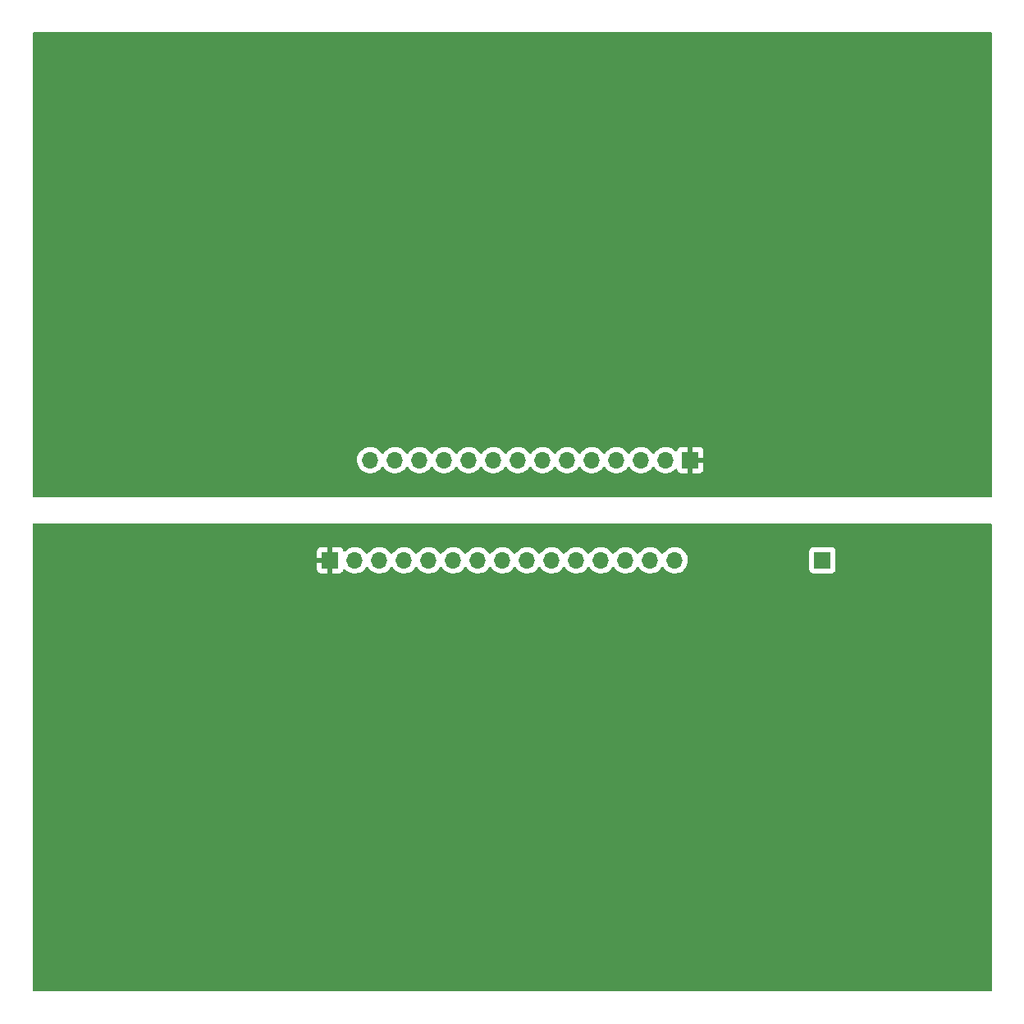
<source format=gbr>
%TF.GenerationSoftware,KiCad,Pcbnew,(6.0.5)*%
%TF.CreationDate,2022-09-04T14:03:00+01:00*%
%TF.ProjectId,MPR121TouchKeyboard,4d505231-3231-4546-9f75-63684b657962,rev?*%
%TF.SameCoordinates,Original*%
%TF.FileFunction,Copper,L2,Bot*%
%TF.FilePolarity,Positive*%
%FSLAX46Y46*%
G04 Gerber Fmt 4.6, Leading zero omitted, Abs format (unit mm)*
G04 Created by KiCad (PCBNEW (6.0.5)) date 2022-09-04 14:03:00*
%MOMM*%
%LPD*%
G01*
G04 APERTURE LIST*
%TA.AperFunction,ComponentPad*%
%ADD10R,1.700000X1.700000*%
%TD*%
%TA.AperFunction,ComponentPad*%
%ADD11O,1.700000X1.700000*%
%TD*%
G04 APERTURE END LIST*
D10*
%TO.P,J15,1,Pin_1*%
%TO.N,GND*%
X124200000Y-67000000D03*
D11*
%TO.P,J15,2,Pin_2*%
%TO.N,Net-(J1-Pad1)*%
X126740000Y-67000000D03*
%TO.P,J15,3,Pin_3*%
%TO.N,Net-(J15-Pad3)*%
X129280000Y-67000000D03*
%TO.P,J15,4,Pin_4*%
%TO.N,Net-(J15-Pad4)*%
X131820000Y-67000000D03*
%TO.P,J15,5,Pin_5*%
%TO.N,Net-(J15-Pad5)*%
X134360000Y-67000000D03*
%TO.P,J15,6,Pin_6*%
%TO.N,Net-(J15-Pad6)*%
X136900000Y-67000000D03*
%TO.P,J15,7,Pin_7*%
%TO.N,Net-(J15-Pad7)*%
X139440000Y-67000000D03*
%TO.P,J15,8,Pin_8*%
%TO.N,Net-(J15-Pad8)*%
X141980000Y-67000000D03*
%TO.P,J15,9,Pin_9*%
%TO.N,Net-(J15-Pad9)*%
X144520000Y-67000000D03*
%TO.P,J15,10,Pin_10*%
%TO.N,Net-(J15-Pad10)*%
X147060000Y-67000000D03*
%TO.P,J15,11,Pin_11*%
%TO.N,Net-(J10-Pad1)*%
X149600000Y-67000000D03*
%TO.P,J15,12,Pin_12*%
%TO.N,Net-(J11-Pad1)*%
X152140000Y-67000000D03*
%TO.P,J15,13,Pin_13*%
%TO.N,Net-(J12-Pad1)*%
X154680000Y-67000000D03*
%TO.P,J15,14,Pin_14*%
%TO.N,Net-(J13-Pad1)*%
X157220000Y-67000000D03*
%TO.P,J15,15,Pin_15*%
%TO.N,Net-(J14-Pad1)*%
X159760000Y-67000000D03*
%TD*%
D10*
%TO.P,J14,1,Pin_1*%
%TO.N,Net-(J14-Pad1)*%
X175000000Y-67000000D03*
%TD*%
%TO.P,J29,1,Pin_1*%
%TO.N,GND*%
X161370000Y-56660000D03*
D11*
%TO.P,J29,2,Pin_2*%
%TO.N,Net-(J16-Pad1)*%
X158830000Y-56660000D03*
%TO.P,J29,3,Pin_3*%
%TO.N,Net-(J17-Pad1)*%
X156290000Y-56660000D03*
%TO.P,J29,4,Pin_4*%
%TO.N,Net-(J18-Pad1)*%
X153750000Y-56660000D03*
%TO.P,J29,5,Pin_5*%
%TO.N,Net-(J19-Pad1)*%
X151210000Y-56660000D03*
%TO.P,J29,6,Pin_6*%
%TO.N,Net-(J20-Pad1)*%
X148670000Y-56660000D03*
%TO.P,J29,7,Pin_7*%
%TO.N,Net-(J21-Pad1)*%
X146130000Y-56660000D03*
%TO.P,J29,8,Pin_8*%
%TO.N,Net-(J22-Pad1)*%
X143590000Y-56660000D03*
%TO.P,J29,9,Pin_9*%
%TO.N,Net-(J23-Pad1)*%
X141050000Y-56660000D03*
%TO.P,J29,10,Pin_10*%
%TO.N,Net-(J24-Pad1)*%
X138510000Y-56660000D03*
%TO.P,J29,11,Pin_11*%
%TO.N,Net-(J25-Pad1)*%
X135970000Y-56660000D03*
%TO.P,J29,12,Pin_12*%
%TO.N,Net-(J26-Pad1)*%
X133430000Y-56660000D03*
%TO.P,J29,13,Pin_13*%
%TO.N,Net-(J27-Pad1)*%
X130890000Y-56660000D03*
%TO.P,J29,14,Pin_14*%
%TO.N,Net-(J28-Pad1)*%
X128350000Y-56660000D03*
%TD*%
%TA.AperFunction,Conductor*%
%TO.N,GND*%
G36*
X192433621Y-12528502D02*
G01*
X192480114Y-12582158D01*
X192491500Y-12634500D01*
X192491500Y-60394000D01*
X192471498Y-60462121D01*
X192417842Y-60508614D01*
X192365500Y-60520000D01*
X93634500Y-60520000D01*
X93566379Y-60499998D01*
X93519886Y-60446342D01*
X93508500Y-60394000D01*
X93508500Y-56626695D01*
X126987251Y-56626695D01*
X127000110Y-56849715D01*
X127001247Y-56854761D01*
X127001248Y-56854767D01*
X127015606Y-56918475D01*
X127049222Y-57067639D01*
X127133266Y-57274616D01*
X127184942Y-57358944D01*
X127247291Y-57460688D01*
X127249987Y-57465088D01*
X127396250Y-57633938D01*
X127568126Y-57776632D01*
X127761000Y-57889338D01*
X127969692Y-57969030D01*
X127974760Y-57970061D01*
X127974763Y-57970062D01*
X128082017Y-57991883D01*
X128188597Y-58013567D01*
X128193772Y-58013757D01*
X128193774Y-58013757D01*
X128406673Y-58021564D01*
X128406677Y-58021564D01*
X128411837Y-58021753D01*
X128416957Y-58021097D01*
X128416959Y-58021097D01*
X128628288Y-57994025D01*
X128628289Y-57994025D01*
X128633416Y-57993368D01*
X128638366Y-57991883D01*
X128842429Y-57930661D01*
X128842434Y-57930659D01*
X128847384Y-57929174D01*
X129047994Y-57830896D01*
X129229860Y-57701173D01*
X129388096Y-57543489D01*
X129447594Y-57460689D01*
X129518453Y-57362077D01*
X129519776Y-57363028D01*
X129566645Y-57319857D01*
X129636580Y-57307625D01*
X129702026Y-57335144D01*
X129729875Y-57366994D01*
X129789987Y-57465088D01*
X129936250Y-57633938D01*
X130108126Y-57776632D01*
X130301000Y-57889338D01*
X130509692Y-57969030D01*
X130514760Y-57970061D01*
X130514763Y-57970062D01*
X130622017Y-57991883D01*
X130728597Y-58013567D01*
X130733772Y-58013757D01*
X130733774Y-58013757D01*
X130946673Y-58021564D01*
X130946677Y-58021564D01*
X130951837Y-58021753D01*
X130956957Y-58021097D01*
X130956959Y-58021097D01*
X131168288Y-57994025D01*
X131168289Y-57994025D01*
X131173416Y-57993368D01*
X131178366Y-57991883D01*
X131382429Y-57930661D01*
X131382434Y-57930659D01*
X131387384Y-57929174D01*
X131587994Y-57830896D01*
X131769860Y-57701173D01*
X131928096Y-57543489D01*
X131987594Y-57460689D01*
X132058453Y-57362077D01*
X132059776Y-57363028D01*
X132106645Y-57319857D01*
X132176580Y-57307625D01*
X132242026Y-57335144D01*
X132269875Y-57366994D01*
X132329987Y-57465088D01*
X132476250Y-57633938D01*
X132648126Y-57776632D01*
X132841000Y-57889338D01*
X133049692Y-57969030D01*
X133054760Y-57970061D01*
X133054763Y-57970062D01*
X133162017Y-57991883D01*
X133268597Y-58013567D01*
X133273772Y-58013757D01*
X133273774Y-58013757D01*
X133486673Y-58021564D01*
X133486677Y-58021564D01*
X133491837Y-58021753D01*
X133496957Y-58021097D01*
X133496959Y-58021097D01*
X133708288Y-57994025D01*
X133708289Y-57994025D01*
X133713416Y-57993368D01*
X133718366Y-57991883D01*
X133922429Y-57930661D01*
X133922434Y-57930659D01*
X133927384Y-57929174D01*
X134127994Y-57830896D01*
X134309860Y-57701173D01*
X134468096Y-57543489D01*
X134527594Y-57460689D01*
X134598453Y-57362077D01*
X134599776Y-57363028D01*
X134646645Y-57319857D01*
X134716580Y-57307625D01*
X134782026Y-57335144D01*
X134809875Y-57366994D01*
X134869987Y-57465088D01*
X135016250Y-57633938D01*
X135188126Y-57776632D01*
X135381000Y-57889338D01*
X135589692Y-57969030D01*
X135594760Y-57970061D01*
X135594763Y-57970062D01*
X135702017Y-57991883D01*
X135808597Y-58013567D01*
X135813772Y-58013757D01*
X135813774Y-58013757D01*
X136026673Y-58021564D01*
X136026677Y-58021564D01*
X136031837Y-58021753D01*
X136036957Y-58021097D01*
X136036959Y-58021097D01*
X136248288Y-57994025D01*
X136248289Y-57994025D01*
X136253416Y-57993368D01*
X136258366Y-57991883D01*
X136462429Y-57930661D01*
X136462434Y-57930659D01*
X136467384Y-57929174D01*
X136667994Y-57830896D01*
X136849860Y-57701173D01*
X137008096Y-57543489D01*
X137067594Y-57460689D01*
X137138453Y-57362077D01*
X137139776Y-57363028D01*
X137186645Y-57319857D01*
X137256580Y-57307625D01*
X137322026Y-57335144D01*
X137349875Y-57366994D01*
X137409987Y-57465088D01*
X137556250Y-57633938D01*
X137728126Y-57776632D01*
X137921000Y-57889338D01*
X138129692Y-57969030D01*
X138134760Y-57970061D01*
X138134763Y-57970062D01*
X138242017Y-57991883D01*
X138348597Y-58013567D01*
X138353772Y-58013757D01*
X138353774Y-58013757D01*
X138566673Y-58021564D01*
X138566677Y-58021564D01*
X138571837Y-58021753D01*
X138576957Y-58021097D01*
X138576959Y-58021097D01*
X138788288Y-57994025D01*
X138788289Y-57994025D01*
X138793416Y-57993368D01*
X138798366Y-57991883D01*
X139002429Y-57930661D01*
X139002434Y-57930659D01*
X139007384Y-57929174D01*
X139207994Y-57830896D01*
X139389860Y-57701173D01*
X139548096Y-57543489D01*
X139607594Y-57460689D01*
X139678453Y-57362077D01*
X139679776Y-57363028D01*
X139726645Y-57319857D01*
X139796580Y-57307625D01*
X139862026Y-57335144D01*
X139889875Y-57366994D01*
X139949987Y-57465088D01*
X140096250Y-57633938D01*
X140268126Y-57776632D01*
X140461000Y-57889338D01*
X140669692Y-57969030D01*
X140674760Y-57970061D01*
X140674763Y-57970062D01*
X140782017Y-57991883D01*
X140888597Y-58013567D01*
X140893772Y-58013757D01*
X140893774Y-58013757D01*
X141106673Y-58021564D01*
X141106677Y-58021564D01*
X141111837Y-58021753D01*
X141116957Y-58021097D01*
X141116959Y-58021097D01*
X141328288Y-57994025D01*
X141328289Y-57994025D01*
X141333416Y-57993368D01*
X141338366Y-57991883D01*
X141542429Y-57930661D01*
X141542434Y-57930659D01*
X141547384Y-57929174D01*
X141747994Y-57830896D01*
X141929860Y-57701173D01*
X142088096Y-57543489D01*
X142147594Y-57460689D01*
X142218453Y-57362077D01*
X142219776Y-57363028D01*
X142266645Y-57319857D01*
X142336580Y-57307625D01*
X142402026Y-57335144D01*
X142429875Y-57366994D01*
X142489987Y-57465088D01*
X142636250Y-57633938D01*
X142808126Y-57776632D01*
X143001000Y-57889338D01*
X143209692Y-57969030D01*
X143214760Y-57970061D01*
X143214763Y-57970062D01*
X143322017Y-57991883D01*
X143428597Y-58013567D01*
X143433772Y-58013757D01*
X143433774Y-58013757D01*
X143646673Y-58021564D01*
X143646677Y-58021564D01*
X143651837Y-58021753D01*
X143656957Y-58021097D01*
X143656959Y-58021097D01*
X143868288Y-57994025D01*
X143868289Y-57994025D01*
X143873416Y-57993368D01*
X143878366Y-57991883D01*
X144082429Y-57930661D01*
X144082434Y-57930659D01*
X144087384Y-57929174D01*
X144287994Y-57830896D01*
X144469860Y-57701173D01*
X144628096Y-57543489D01*
X144687594Y-57460689D01*
X144758453Y-57362077D01*
X144759776Y-57363028D01*
X144806645Y-57319857D01*
X144876580Y-57307625D01*
X144942026Y-57335144D01*
X144969875Y-57366994D01*
X145029987Y-57465088D01*
X145176250Y-57633938D01*
X145348126Y-57776632D01*
X145541000Y-57889338D01*
X145749692Y-57969030D01*
X145754760Y-57970061D01*
X145754763Y-57970062D01*
X145862017Y-57991883D01*
X145968597Y-58013567D01*
X145973772Y-58013757D01*
X145973774Y-58013757D01*
X146186673Y-58021564D01*
X146186677Y-58021564D01*
X146191837Y-58021753D01*
X146196957Y-58021097D01*
X146196959Y-58021097D01*
X146408288Y-57994025D01*
X146408289Y-57994025D01*
X146413416Y-57993368D01*
X146418366Y-57991883D01*
X146622429Y-57930661D01*
X146622434Y-57930659D01*
X146627384Y-57929174D01*
X146827994Y-57830896D01*
X147009860Y-57701173D01*
X147168096Y-57543489D01*
X147227594Y-57460689D01*
X147298453Y-57362077D01*
X147299776Y-57363028D01*
X147346645Y-57319857D01*
X147416580Y-57307625D01*
X147482026Y-57335144D01*
X147509875Y-57366994D01*
X147569987Y-57465088D01*
X147716250Y-57633938D01*
X147888126Y-57776632D01*
X148081000Y-57889338D01*
X148289692Y-57969030D01*
X148294760Y-57970061D01*
X148294763Y-57970062D01*
X148402017Y-57991883D01*
X148508597Y-58013567D01*
X148513772Y-58013757D01*
X148513774Y-58013757D01*
X148726673Y-58021564D01*
X148726677Y-58021564D01*
X148731837Y-58021753D01*
X148736957Y-58021097D01*
X148736959Y-58021097D01*
X148948288Y-57994025D01*
X148948289Y-57994025D01*
X148953416Y-57993368D01*
X148958366Y-57991883D01*
X149162429Y-57930661D01*
X149162434Y-57930659D01*
X149167384Y-57929174D01*
X149367994Y-57830896D01*
X149549860Y-57701173D01*
X149708096Y-57543489D01*
X149767594Y-57460689D01*
X149838453Y-57362077D01*
X149839776Y-57363028D01*
X149886645Y-57319857D01*
X149956580Y-57307625D01*
X150022026Y-57335144D01*
X150049875Y-57366994D01*
X150109987Y-57465088D01*
X150256250Y-57633938D01*
X150428126Y-57776632D01*
X150621000Y-57889338D01*
X150829692Y-57969030D01*
X150834760Y-57970061D01*
X150834763Y-57970062D01*
X150942017Y-57991883D01*
X151048597Y-58013567D01*
X151053772Y-58013757D01*
X151053774Y-58013757D01*
X151266673Y-58021564D01*
X151266677Y-58021564D01*
X151271837Y-58021753D01*
X151276957Y-58021097D01*
X151276959Y-58021097D01*
X151488288Y-57994025D01*
X151488289Y-57994025D01*
X151493416Y-57993368D01*
X151498366Y-57991883D01*
X151702429Y-57930661D01*
X151702434Y-57930659D01*
X151707384Y-57929174D01*
X151907994Y-57830896D01*
X152089860Y-57701173D01*
X152248096Y-57543489D01*
X152307594Y-57460689D01*
X152378453Y-57362077D01*
X152379776Y-57363028D01*
X152426645Y-57319857D01*
X152496580Y-57307625D01*
X152562026Y-57335144D01*
X152589875Y-57366994D01*
X152649987Y-57465088D01*
X152796250Y-57633938D01*
X152968126Y-57776632D01*
X153161000Y-57889338D01*
X153369692Y-57969030D01*
X153374760Y-57970061D01*
X153374763Y-57970062D01*
X153482017Y-57991883D01*
X153588597Y-58013567D01*
X153593772Y-58013757D01*
X153593774Y-58013757D01*
X153806673Y-58021564D01*
X153806677Y-58021564D01*
X153811837Y-58021753D01*
X153816957Y-58021097D01*
X153816959Y-58021097D01*
X154028288Y-57994025D01*
X154028289Y-57994025D01*
X154033416Y-57993368D01*
X154038366Y-57991883D01*
X154242429Y-57930661D01*
X154242434Y-57930659D01*
X154247384Y-57929174D01*
X154447994Y-57830896D01*
X154629860Y-57701173D01*
X154788096Y-57543489D01*
X154847594Y-57460689D01*
X154918453Y-57362077D01*
X154919776Y-57363028D01*
X154966645Y-57319857D01*
X155036580Y-57307625D01*
X155102026Y-57335144D01*
X155129875Y-57366994D01*
X155189987Y-57465088D01*
X155336250Y-57633938D01*
X155508126Y-57776632D01*
X155701000Y-57889338D01*
X155909692Y-57969030D01*
X155914760Y-57970061D01*
X155914763Y-57970062D01*
X156022017Y-57991883D01*
X156128597Y-58013567D01*
X156133772Y-58013757D01*
X156133774Y-58013757D01*
X156346673Y-58021564D01*
X156346677Y-58021564D01*
X156351837Y-58021753D01*
X156356957Y-58021097D01*
X156356959Y-58021097D01*
X156568288Y-57994025D01*
X156568289Y-57994025D01*
X156573416Y-57993368D01*
X156578366Y-57991883D01*
X156782429Y-57930661D01*
X156782434Y-57930659D01*
X156787384Y-57929174D01*
X156987994Y-57830896D01*
X157169860Y-57701173D01*
X157328096Y-57543489D01*
X157387594Y-57460689D01*
X157458453Y-57362077D01*
X157459776Y-57363028D01*
X157506645Y-57319857D01*
X157576580Y-57307625D01*
X157642026Y-57335144D01*
X157669875Y-57366994D01*
X157729987Y-57465088D01*
X157876250Y-57633938D01*
X158048126Y-57776632D01*
X158241000Y-57889338D01*
X158449692Y-57969030D01*
X158454760Y-57970061D01*
X158454763Y-57970062D01*
X158562017Y-57991883D01*
X158668597Y-58013567D01*
X158673772Y-58013757D01*
X158673774Y-58013757D01*
X158886673Y-58021564D01*
X158886677Y-58021564D01*
X158891837Y-58021753D01*
X158896957Y-58021097D01*
X158896959Y-58021097D01*
X159108288Y-57994025D01*
X159108289Y-57994025D01*
X159113416Y-57993368D01*
X159118366Y-57991883D01*
X159322429Y-57930661D01*
X159322434Y-57930659D01*
X159327384Y-57929174D01*
X159527994Y-57830896D01*
X159709860Y-57701173D01*
X159777331Y-57633938D01*
X159818479Y-57592933D01*
X159880851Y-57559017D01*
X159951658Y-57564205D01*
X160008419Y-57606851D01*
X160025401Y-57637954D01*
X160066676Y-57748054D01*
X160075214Y-57763649D01*
X160151715Y-57865724D01*
X160164276Y-57878285D01*
X160266351Y-57954786D01*
X160281946Y-57963324D01*
X160402394Y-58008478D01*
X160417649Y-58012105D01*
X160468514Y-58017631D01*
X160475328Y-58018000D01*
X161097885Y-58018000D01*
X161113124Y-58013525D01*
X161114329Y-58012135D01*
X161116000Y-58004452D01*
X161116000Y-57999884D01*
X161624000Y-57999884D01*
X161628475Y-58015123D01*
X161629865Y-58016328D01*
X161637548Y-58017999D01*
X162264669Y-58017999D01*
X162271490Y-58017629D01*
X162322352Y-58012105D01*
X162337604Y-58008479D01*
X162458054Y-57963324D01*
X162473649Y-57954786D01*
X162575724Y-57878285D01*
X162588285Y-57865724D01*
X162664786Y-57763649D01*
X162673324Y-57748054D01*
X162718478Y-57627606D01*
X162722105Y-57612351D01*
X162727631Y-57561486D01*
X162728000Y-57554672D01*
X162728000Y-56932115D01*
X162723525Y-56916876D01*
X162722135Y-56915671D01*
X162714452Y-56914000D01*
X161642115Y-56914000D01*
X161626876Y-56918475D01*
X161625671Y-56919865D01*
X161624000Y-56927548D01*
X161624000Y-57999884D01*
X161116000Y-57999884D01*
X161116000Y-56387885D01*
X161624000Y-56387885D01*
X161628475Y-56403124D01*
X161629865Y-56404329D01*
X161637548Y-56406000D01*
X162709884Y-56406000D01*
X162725123Y-56401525D01*
X162726328Y-56400135D01*
X162727999Y-56392452D01*
X162727999Y-55765331D01*
X162727629Y-55758510D01*
X162722105Y-55707648D01*
X162718479Y-55692396D01*
X162673324Y-55571946D01*
X162664786Y-55556351D01*
X162588285Y-55454276D01*
X162575724Y-55441715D01*
X162473649Y-55365214D01*
X162458054Y-55356676D01*
X162337606Y-55311522D01*
X162322351Y-55307895D01*
X162271486Y-55302369D01*
X162264672Y-55302000D01*
X161642115Y-55302000D01*
X161626876Y-55306475D01*
X161625671Y-55307865D01*
X161624000Y-55315548D01*
X161624000Y-56387885D01*
X161116000Y-56387885D01*
X161116000Y-55320116D01*
X161111525Y-55304877D01*
X161110135Y-55303672D01*
X161102452Y-55302001D01*
X160475331Y-55302001D01*
X160468510Y-55302371D01*
X160417648Y-55307895D01*
X160402396Y-55311521D01*
X160281946Y-55356676D01*
X160266351Y-55365214D01*
X160164276Y-55441715D01*
X160151715Y-55454276D01*
X160075214Y-55556351D01*
X160066676Y-55571946D01*
X160025297Y-55682322D01*
X159982655Y-55739087D01*
X159916093Y-55763786D01*
X159846744Y-55748578D01*
X159814121Y-55722891D01*
X159763151Y-55666876D01*
X159763145Y-55666870D01*
X159759670Y-55663051D01*
X159755619Y-55659852D01*
X159755615Y-55659848D01*
X159588414Y-55527800D01*
X159588410Y-55527798D01*
X159584359Y-55524598D01*
X159388789Y-55416638D01*
X159383920Y-55414914D01*
X159383916Y-55414912D01*
X159183087Y-55343795D01*
X159183083Y-55343794D01*
X159178212Y-55342069D01*
X159173119Y-55341162D01*
X159173116Y-55341161D01*
X158963373Y-55303800D01*
X158963367Y-55303799D01*
X158958284Y-55302894D01*
X158884452Y-55301992D01*
X158740081Y-55300228D01*
X158740079Y-55300228D01*
X158734911Y-55300165D01*
X158514091Y-55333955D01*
X158301756Y-55403357D01*
X158103607Y-55506507D01*
X158099474Y-55509610D01*
X158099471Y-55509612D01*
X158016450Y-55571946D01*
X157924965Y-55640635D01*
X157770629Y-55802138D01*
X157663201Y-55959621D01*
X157608293Y-56004621D01*
X157537768Y-56012792D01*
X157474021Y-55981538D01*
X157453324Y-55957054D01*
X157372822Y-55832617D01*
X157372820Y-55832614D01*
X157370014Y-55828277D01*
X157219670Y-55663051D01*
X157215619Y-55659852D01*
X157215615Y-55659848D01*
X157048414Y-55527800D01*
X157048410Y-55527798D01*
X157044359Y-55524598D01*
X156848789Y-55416638D01*
X156843920Y-55414914D01*
X156843916Y-55414912D01*
X156643087Y-55343795D01*
X156643083Y-55343794D01*
X156638212Y-55342069D01*
X156633119Y-55341162D01*
X156633116Y-55341161D01*
X156423373Y-55303800D01*
X156423367Y-55303799D01*
X156418284Y-55302894D01*
X156344452Y-55301992D01*
X156200081Y-55300228D01*
X156200079Y-55300228D01*
X156194911Y-55300165D01*
X155974091Y-55333955D01*
X155761756Y-55403357D01*
X155563607Y-55506507D01*
X155559474Y-55509610D01*
X155559471Y-55509612D01*
X155476450Y-55571946D01*
X155384965Y-55640635D01*
X155230629Y-55802138D01*
X155123201Y-55959621D01*
X155068293Y-56004621D01*
X154997768Y-56012792D01*
X154934021Y-55981538D01*
X154913324Y-55957054D01*
X154832822Y-55832617D01*
X154832820Y-55832614D01*
X154830014Y-55828277D01*
X154679670Y-55663051D01*
X154675619Y-55659852D01*
X154675615Y-55659848D01*
X154508414Y-55527800D01*
X154508410Y-55527798D01*
X154504359Y-55524598D01*
X154308789Y-55416638D01*
X154303920Y-55414914D01*
X154303916Y-55414912D01*
X154103087Y-55343795D01*
X154103083Y-55343794D01*
X154098212Y-55342069D01*
X154093119Y-55341162D01*
X154093116Y-55341161D01*
X153883373Y-55303800D01*
X153883367Y-55303799D01*
X153878284Y-55302894D01*
X153804452Y-55301992D01*
X153660081Y-55300228D01*
X153660079Y-55300228D01*
X153654911Y-55300165D01*
X153434091Y-55333955D01*
X153221756Y-55403357D01*
X153023607Y-55506507D01*
X153019474Y-55509610D01*
X153019471Y-55509612D01*
X152936450Y-55571946D01*
X152844965Y-55640635D01*
X152690629Y-55802138D01*
X152583201Y-55959621D01*
X152528293Y-56004621D01*
X152457768Y-56012792D01*
X152394021Y-55981538D01*
X152373324Y-55957054D01*
X152292822Y-55832617D01*
X152292820Y-55832614D01*
X152290014Y-55828277D01*
X152139670Y-55663051D01*
X152135619Y-55659852D01*
X152135615Y-55659848D01*
X151968414Y-55527800D01*
X151968410Y-55527798D01*
X151964359Y-55524598D01*
X151768789Y-55416638D01*
X151763920Y-55414914D01*
X151763916Y-55414912D01*
X151563087Y-55343795D01*
X151563083Y-55343794D01*
X151558212Y-55342069D01*
X151553119Y-55341162D01*
X151553116Y-55341161D01*
X151343373Y-55303800D01*
X151343367Y-55303799D01*
X151338284Y-55302894D01*
X151264452Y-55301992D01*
X151120081Y-55300228D01*
X151120079Y-55300228D01*
X151114911Y-55300165D01*
X150894091Y-55333955D01*
X150681756Y-55403357D01*
X150483607Y-55506507D01*
X150479474Y-55509610D01*
X150479471Y-55509612D01*
X150396450Y-55571946D01*
X150304965Y-55640635D01*
X150150629Y-55802138D01*
X150043201Y-55959621D01*
X149988293Y-56004621D01*
X149917768Y-56012792D01*
X149854021Y-55981538D01*
X149833324Y-55957054D01*
X149752822Y-55832617D01*
X149752820Y-55832614D01*
X149750014Y-55828277D01*
X149599670Y-55663051D01*
X149595619Y-55659852D01*
X149595615Y-55659848D01*
X149428414Y-55527800D01*
X149428410Y-55527798D01*
X149424359Y-55524598D01*
X149228789Y-55416638D01*
X149223920Y-55414914D01*
X149223916Y-55414912D01*
X149023087Y-55343795D01*
X149023083Y-55343794D01*
X149018212Y-55342069D01*
X149013119Y-55341162D01*
X149013116Y-55341161D01*
X148803373Y-55303800D01*
X148803367Y-55303799D01*
X148798284Y-55302894D01*
X148724452Y-55301992D01*
X148580081Y-55300228D01*
X148580079Y-55300228D01*
X148574911Y-55300165D01*
X148354091Y-55333955D01*
X148141756Y-55403357D01*
X147943607Y-55506507D01*
X147939474Y-55509610D01*
X147939471Y-55509612D01*
X147856450Y-55571946D01*
X147764965Y-55640635D01*
X147610629Y-55802138D01*
X147503201Y-55959621D01*
X147448293Y-56004621D01*
X147377768Y-56012792D01*
X147314021Y-55981538D01*
X147293324Y-55957054D01*
X147212822Y-55832617D01*
X147212820Y-55832614D01*
X147210014Y-55828277D01*
X147059670Y-55663051D01*
X147055619Y-55659852D01*
X147055615Y-55659848D01*
X146888414Y-55527800D01*
X146888410Y-55527798D01*
X146884359Y-55524598D01*
X146688789Y-55416638D01*
X146683920Y-55414914D01*
X146683916Y-55414912D01*
X146483087Y-55343795D01*
X146483083Y-55343794D01*
X146478212Y-55342069D01*
X146473119Y-55341162D01*
X146473116Y-55341161D01*
X146263373Y-55303800D01*
X146263367Y-55303799D01*
X146258284Y-55302894D01*
X146184452Y-55301992D01*
X146040081Y-55300228D01*
X146040079Y-55300228D01*
X146034911Y-55300165D01*
X145814091Y-55333955D01*
X145601756Y-55403357D01*
X145403607Y-55506507D01*
X145399474Y-55509610D01*
X145399471Y-55509612D01*
X145316450Y-55571946D01*
X145224965Y-55640635D01*
X145070629Y-55802138D01*
X144963201Y-55959621D01*
X144908293Y-56004621D01*
X144837768Y-56012792D01*
X144774021Y-55981538D01*
X144753324Y-55957054D01*
X144672822Y-55832617D01*
X144672820Y-55832614D01*
X144670014Y-55828277D01*
X144519670Y-55663051D01*
X144515619Y-55659852D01*
X144515615Y-55659848D01*
X144348414Y-55527800D01*
X144348410Y-55527798D01*
X144344359Y-55524598D01*
X144148789Y-55416638D01*
X144143920Y-55414914D01*
X144143916Y-55414912D01*
X143943087Y-55343795D01*
X143943083Y-55343794D01*
X143938212Y-55342069D01*
X143933119Y-55341162D01*
X143933116Y-55341161D01*
X143723373Y-55303800D01*
X143723367Y-55303799D01*
X143718284Y-55302894D01*
X143644452Y-55301992D01*
X143500081Y-55300228D01*
X143500079Y-55300228D01*
X143494911Y-55300165D01*
X143274091Y-55333955D01*
X143061756Y-55403357D01*
X142863607Y-55506507D01*
X142859474Y-55509610D01*
X142859471Y-55509612D01*
X142776450Y-55571946D01*
X142684965Y-55640635D01*
X142530629Y-55802138D01*
X142423201Y-55959621D01*
X142368293Y-56004621D01*
X142297768Y-56012792D01*
X142234021Y-55981538D01*
X142213324Y-55957054D01*
X142132822Y-55832617D01*
X142132820Y-55832614D01*
X142130014Y-55828277D01*
X141979670Y-55663051D01*
X141975619Y-55659852D01*
X141975615Y-55659848D01*
X141808414Y-55527800D01*
X141808410Y-55527798D01*
X141804359Y-55524598D01*
X141608789Y-55416638D01*
X141603920Y-55414914D01*
X141603916Y-55414912D01*
X141403087Y-55343795D01*
X141403083Y-55343794D01*
X141398212Y-55342069D01*
X141393119Y-55341162D01*
X141393116Y-55341161D01*
X141183373Y-55303800D01*
X141183367Y-55303799D01*
X141178284Y-55302894D01*
X141104452Y-55301992D01*
X140960081Y-55300228D01*
X140960079Y-55300228D01*
X140954911Y-55300165D01*
X140734091Y-55333955D01*
X140521756Y-55403357D01*
X140323607Y-55506507D01*
X140319474Y-55509610D01*
X140319471Y-55509612D01*
X140236450Y-55571946D01*
X140144965Y-55640635D01*
X139990629Y-55802138D01*
X139883201Y-55959621D01*
X139828293Y-56004621D01*
X139757768Y-56012792D01*
X139694021Y-55981538D01*
X139673324Y-55957054D01*
X139592822Y-55832617D01*
X139592820Y-55832614D01*
X139590014Y-55828277D01*
X139439670Y-55663051D01*
X139435619Y-55659852D01*
X139435615Y-55659848D01*
X139268414Y-55527800D01*
X139268410Y-55527798D01*
X139264359Y-55524598D01*
X139068789Y-55416638D01*
X139063920Y-55414914D01*
X139063916Y-55414912D01*
X138863087Y-55343795D01*
X138863083Y-55343794D01*
X138858212Y-55342069D01*
X138853119Y-55341162D01*
X138853116Y-55341161D01*
X138643373Y-55303800D01*
X138643367Y-55303799D01*
X138638284Y-55302894D01*
X138564452Y-55301992D01*
X138420081Y-55300228D01*
X138420079Y-55300228D01*
X138414911Y-55300165D01*
X138194091Y-55333955D01*
X137981756Y-55403357D01*
X137783607Y-55506507D01*
X137779474Y-55509610D01*
X137779471Y-55509612D01*
X137696450Y-55571946D01*
X137604965Y-55640635D01*
X137450629Y-55802138D01*
X137343201Y-55959621D01*
X137288293Y-56004621D01*
X137217768Y-56012792D01*
X137154021Y-55981538D01*
X137133324Y-55957054D01*
X137052822Y-55832617D01*
X137052820Y-55832614D01*
X137050014Y-55828277D01*
X136899670Y-55663051D01*
X136895619Y-55659852D01*
X136895615Y-55659848D01*
X136728414Y-55527800D01*
X136728410Y-55527798D01*
X136724359Y-55524598D01*
X136528789Y-55416638D01*
X136523920Y-55414914D01*
X136523916Y-55414912D01*
X136323087Y-55343795D01*
X136323083Y-55343794D01*
X136318212Y-55342069D01*
X136313119Y-55341162D01*
X136313116Y-55341161D01*
X136103373Y-55303800D01*
X136103367Y-55303799D01*
X136098284Y-55302894D01*
X136024452Y-55301992D01*
X135880081Y-55300228D01*
X135880079Y-55300228D01*
X135874911Y-55300165D01*
X135654091Y-55333955D01*
X135441756Y-55403357D01*
X135243607Y-55506507D01*
X135239474Y-55509610D01*
X135239471Y-55509612D01*
X135156450Y-55571946D01*
X135064965Y-55640635D01*
X134910629Y-55802138D01*
X134803201Y-55959621D01*
X134748293Y-56004621D01*
X134677768Y-56012792D01*
X134614021Y-55981538D01*
X134593324Y-55957054D01*
X134512822Y-55832617D01*
X134512820Y-55832614D01*
X134510014Y-55828277D01*
X134359670Y-55663051D01*
X134355619Y-55659852D01*
X134355615Y-55659848D01*
X134188414Y-55527800D01*
X134188410Y-55527798D01*
X134184359Y-55524598D01*
X133988789Y-55416638D01*
X133983920Y-55414914D01*
X133983916Y-55414912D01*
X133783087Y-55343795D01*
X133783083Y-55343794D01*
X133778212Y-55342069D01*
X133773119Y-55341162D01*
X133773116Y-55341161D01*
X133563373Y-55303800D01*
X133563367Y-55303799D01*
X133558284Y-55302894D01*
X133484452Y-55301992D01*
X133340081Y-55300228D01*
X133340079Y-55300228D01*
X133334911Y-55300165D01*
X133114091Y-55333955D01*
X132901756Y-55403357D01*
X132703607Y-55506507D01*
X132699474Y-55509610D01*
X132699471Y-55509612D01*
X132616450Y-55571946D01*
X132524965Y-55640635D01*
X132370629Y-55802138D01*
X132263201Y-55959621D01*
X132208293Y-56004621D01*
X132137768Y-56012792D01*
X132074021Y-55981538D01*
X132053324Y-55957054D01*
X131972822Y-55832617D01*
X131972820Y-55832614D01*
X131970014Y-55828277D01*
X131819670Y-55663051D01*
X131815619Y-55659852D01*
X131815615Y-55659848D01*
X131648414Y-55527800D01*
X131648410Y-55527798D01*
X131644359Y-55524598D01*
X131448789Y-55416638D01*
X131443920Y-55414914D01*
X131443916Y-55414912D01*
X131243087Y-55343795D01*
X131243083Y-55343794D01*
X131238212Y-55342069D01*
X131233119Y-55341162D01*
X131233116Y-55341161D01*
X131023373Y-55303800D01*
X131023367Y-55303799D01*
X131018284Y-55302894D01*
X130944452Y-55301992D01*
X130800081Y-55300228D01*
X130800079Y-55300228D01*
X130794911Y-55300165D01*
X130574091Y-55333955D01*
X130361756Y-55403357D01*
X130163607Y-55506507D01*
X130159474Y-55509610D01*
X130159471Y-55509612D01*
X130076450Y-55571946D01*
X129984965Y-55640635D01*
X129830629Y-55802138D01*
X129723201Y-55959621D01*
X129668293Y-56004621D01*
X129597768Y-56012792D01*
X129534021Y-55981538D01*
X129513324Y-55957054D01*
X129432822Y-55832617D01*
X129432820Y-55832614D01*
X129430014Y-55828277D01*
X129279670Y-55663051D01*
X129275619Y-55659852D01*
X129275615Y-55659848D01*
X129108414Y-55527800D01*
X129108410Y-55527798D01*
X129104359Y-55524598D01*
X128908789Y-55416638D01*
X128903920Y-55414914D01*
X128903916Y-55414912D01*
X128703087Y-55343795D01*
X128703083Y-55343794D01*
X128698212Y-55342069D01*
X128693119Y-55341162D01*
X128693116Y-55341161D01*
X128483373Y-55303800D01*
X128483367Y-55303799D01*
X128478284Y-55302894D01*
X128404452Y-55301992D01*
X128260081Y-55300228D01*
X128260079Y-55300228D01*
X128254911Y-55300165D01*
X128034091Y-55333955D01*
X127821756Y-55403357D01*
X127623607Y-55506507D01*
X127619474Y-55509610D01*
X127619471Y-55509612D01*
X127536450Y-55571946D01*
X127444965Y-55640635D01*
X127290629Y-55802138D01*
X127164743Y-55986680D01*
X127070688Y-56189305D01*
X127010989Y-56404570D01*
X126987251Y-56626695D01*
X93508500Y-56626695D01*
X93508500Y-12634500D01*
X93528502Y-12566379D01*
X93582158Y-12519886D01*
X93634500Y-12508500D01*
X192365500Y-12508500D01*
X192433621Y-12528502D01*
G37*
%TD.AperFunction*%
%TD*%
%TA.AperFunction,Conductor*%
%TO.N,GND*%
G36*
X192433621Y-63210002D02*
G01*
X192480114Y-63263658D01*
X192491500Y-63316000D01*
X192491500Y-111365500D01*
X192471498Y-111433621D01*
X192417842Y-111480114D01*
X192365500Y-111491500D01*
X93634500Y-111491500D01*
X93566379Y-111471498D01*
X93519886Y-111417842D01*
X93508500Y-111365500D01*
X93508500Y-67894669D01*
X122842001Y-67894669D01*
X122842371Y-67901490D01*
X122847895Y-67952352D01*
X122851521Y-67967604D01*
X122896676Y-68088054D01*
X122905214Y-68103649D01*
X122981715Y-68205724D01*
X122994276Y-68218285D01*
X123096351Y-68294786D01*
X123111946Y-68303324D01*
X123232394Y-68348478D01*
X123247649Y-68352105D01*
X123298514Y-68357631D01*
X123305328Y-68358000D01*
X123927885Y-68358000D01*
X123943124Y-68353525D01*
X123944329Y-68352135D01*
X123946000Y-68344452D01*
X123946000Y-68339884D01*
X124454000Y-68339884D01*
X124458475Y-68355123D01*
X124459865Y-68356328D01*
X124467548Y-68357999D01*
X125094669Y-68357999D01*
X125101490Y-68357629D01*
X125152352Y-68352105D01*
X125167604Y-68348479D01*
X125288054Y-68303324D01*
X125303649Y-68294786D01*
X125405724Y-68218285D01*
X125418285Y-68205724D01*
X125494786Y-68103649D01*
X125503324Y-68088054D01*
X125544225Y-67978952D01*
X125586867Y-67922188D01*
X125653428Y-67897488D01*
X125722777Y-67912696D01*
X125757444Y-67940684D01*
X125782865Y-67970031D01*
X125782869Y-67970035D01*
X125786250Y-67973938D01*
X125958126Y-68116632D01*
X126151000Y-68229338D01*
X126359692Y-68309030D01*
X126364760Y-68310061D01*
X126364763Y-68310062D01*
X126472017Y-68331883D01*
X126578597Y-68353567D01*
X126583772Y-68353757D01*
X126583774Y-68353757D01*
X126796673Y-68361564D01*
X126796677Y-68361564D01*
X126801837Y-68361753D01*
X126806957Y-68361097D01*
X126806959Y-68361097D01*
X127018288Y-68334025D01*
X127018289Y-68334025D01*
X127023416Y-68333368D01*
X127028366Y-68331883D01*
X127232429Y-68270661D01*
X127232434Y-68270659D01*
X127237384Y-68269174D01*
X127437994Y-68170896D01*
X127619860Y-68041173D01*
X127778096Y-67883489D01*
X127908453Y-67702077D01*
X127909776Y-67703028D01*
X127956645Y-67659857D01*
X128026580Y-67647625D01*
X128092026Y-67675144D01*
X128119875Y-67706994D01*
X128179987Y-67805088D01*
X128326250Y-67973938D01*
X128498126Y-68116632D01*
X128691000Y-68229338D01*
X128899692Y-68309030D01*
X128904760Y-68310061D01*
X128904763Y-68310062D01*
X129012017Y-68331883D01*
X129118597Y-68353567D01*
X129123772Y-68353757D01*
X129123774Y-68353757D01*
X129336673Y-68361564D01*
X129336677Y-68361564D01*
X129341837Y-68361753D01*
X129346957Y-68361097D01*
X129346959Y-68361097D01*
X129558288Y-68334025D01*
X129558289Y-68334025D01*
X129563416Y-68333368D01*
X129568366Y-68331883D01*
X129772429Y-68270661D01*
X129772434Y-68270659D01*
X129777384Y-68269174D01*
X129977994Y-68170896D01*
X130159860Y-68041173D01*
X130318096Y-67883489D01*
X130448453Y-67702077D01*
X130449776Y-67703028D01*
X130496645Y-67659857D01*
X130566580Y-67647625D01*
X130632026Y-67675144D01*
X130659875Y-67706994D01*
X130719987Y-67805088D01*
X130866250Y-67973938D01*
X131038126Y-68116632D01*
X131231000Y-68229338D01*
X131439692Y-68309030D01*
X131444760Y-68310061D01*
X131444763Y-68310062D01*
X131552017Y-68331883D01*
X131658597Y-68353567D01*
X131663772Y-68353757D01*
X131663774Y-68353757D01*
X131876673Y-68361564D01*
X131876677Y-68361564D01*
X131881837Y-68361753D01*
X131886957Y-68361097D01*
X131886959Y-68361097D01*
X132098288Y-68334025D01*
X132098289Y-68334025D01*
X132103416Y-68333368D01*
X132108366Y-68331883D01*
X132312429Y-68270661D01*
X132312434Y-68270659D01*
X132317384Y-68269174D01*
X132517994Y-68170896D01*
X132699860Y-68041173D01*
X132858096Y-67883489D01*
X132988453Y-67702077D01*
X132989776Y-67703028D01*
X133036645Y-67659857D01*
X133106580Y-67647625D01*
X133172026Y-67675144D01*
X133199875Y-67706994D01*
X133259987Y-67805088D01*
X133406250Y-67973938D01*
X133578126Y-68116632D01*
X133771000Y-68229338D01*
X133979692Y-68309030D01*
X133984760Y-68310061D01*
X133984763Y-68310062D01*
X134092017Y-68331883D01*
X134198597Y-68353567D01*
X134203772Y-68353757D01*
X134203774Y-68353757D01*
X134416673Y-68361564D01*
X134416677Y-68361564D01*
X134421837Y-68361753D01*
X134426957Y-68361097D01*
X134426959Y-68361097D01*
X134638288Y-68334025D01*
X134638289Y-68334025D01*
X134643416Y-68333368D01*
X134648366Y-68331883D01*
X134852429Y-68270661D01*
X134852434Y-68270659D01*
X134857384Y-68269174D01*
X135057994Y-68170896D01*
X135239860Y-68041173D01*
X135398096Y-67883489D01*
X135528453Y-67702077D01*
X135529776Y-67703028D01*
X135576645Y-67659857D01*
X135646580Y-67647625D01*
X135712026Y-67675144D01*
X135739875Y-67706994D01*
X135799987Y-67805088D01*
X135946250Y-67973938D01*
X136118126Y-68116632D01*
X136311000Y-68229338D01*
X136519692Y-68309030D01*
X136524760Y-68310061D01*
X136524763Y-68310062D01*
X136632017Y-68331883D01*
X136738597Y-68353567D01*
X136743772Y-68353757D01*
X136743774Y-68353757D01*
X136956673Y-68361564D01*
X136956677Y-68361564D01*
X136961837Y-68361753D01*
X136966957Y-68361097D01*
X136966959Y-68361097D01*
X137178288Y-68334025D01*
X137178289Y-68334025D01*
X137183416Y-68333368D01*
X137188366Y-68331883D01*
X137392429Y-68270661D01*
X137392434Y-68270659D01*
X137397384Y-68269174D01*
X137597994Y-68170896D01*
X137779860Y-68041173D01*
X137938096Y-67883489D01*
X138068453Y-67702077D01*
X138069776Y-67703028D01*
X138116645Y-67659857D01*
X138186580Y-67647625D01*
X138252026Y-67675144D01*
X138279875Y-67706994D01*
X138339987Y-67805088D01*
X138486250Y-67973938D01*
X138658126Y-68116632D01*
X138851000Y-68229338D01*
X139059692Y-68309030D01*
X139064760Y-68310061D01*
X139064763Y-68310062D01*
X139172017Y-68331883D01*
X139278597Y-68353567D01*
X139283772Y-68353757D01*
X139283774Y-68353757D01*
X139496673Y-68361564D01*
X139496677Y-68361564D01*
X139501837Y-68361753D01*
X139506957Y-68361097D01*
X139506959Y-68361097D01*
X139718288Y-68334025D01*
X139718289Y-68334025D01*
X139723416Y-68333368D01*
X139728366Y-68331883D01*
X139932429Y-68270661D01*
X139932434Y-68270659D01*
X139937384Y-68269174D01*
X140137994Y-68170896D01*
X140319860Y-68041173D01*
X140478096Y-67883489D01*
X140608453Y-67702077D01*
X140609776Y-67703028D01*
X140656645Y-67659857D01*
X140726580Y-67647625D01*
X140792026Y-67675144D01*
X140819875Y-67706994D01*
X140879987Y-67805088D01*
X141026250Y-67973938D01*
X141198126Y-68116632D01*
X141391000Y-68229338D01*
X141599692Y-68309030D01*
X141604760Y-68310061D01*
X141604763Y-68310062D01*
X141712017Y-68331883D01*
X141818597Y-68353567D01*
X141823772Y-68353757D01*
X141823774Y-68353757D01*
X142036673Y-68361564D01*
X142036677Y-68361564D01*
X142041837Y-68361753D01*
X142046957Y-68361097D01*
X142046959Y-68361097D01*
X142258288Y-68334025D01*
X142258289Y-68334025D01*
X142263416Y-68333368D01*
X142268366Y-68331883D01*
X142472429Y-68270661D01*
X142472434Y-68270659D01*
X142477384Y-68269174D01*
X142677994Y-68170896D01*
X142859860Y-68041173D01*
X143018096Y-67883489D01*
X143148453Y-67702077D01*
X143149776Y-67703028D01*
X143196645Y-67659857D01*
X143266580Y-67647625D01*
X143332026Y-67675144D01*
X143359875Y-67706994D01*
X143419987Y-67805088D01*
X143566250Y-67973938D01*
X143738126Y-68116632D01*
X143931000Y-68229338D01*
X144139692Y-68309030D01*
X144144760Y-68310061D01*
X144144763Y-68310062D01*
X144252017Y-68331883D01*
X144358597Y-68353567D01*
X144363772Y-68353757D01*
X144363774Y-68353757D01*
X144576673Y-68361564D01*
X144576677Y-68361564D01*
X144581837Y-68361753D01*
X144586957Y-68361097D01*
X144586959Y-68361097D01*
X144798288Y-68334025D01*
X144798289Y-68334025D01*
X144803416Y-68333368D01*
X144808366Y-68331883D01*
X145012429Y-68270661D01*
X145012434Y-68270659D01*
X145017384Y-68269174D01*
X145217994Y-68170896D01*
X145399860Y-68041173D01*
X145558096Y-67883489D01*
X145688453Y-67702077D01*
X145689776Y-67703028D01*
X145736645Y-67659857D01*
X145806580Y-67647625D01*
X145872026Y-67675144D01*
X145899875Y-67706994D01*
X145959987Y-67805088D01*
X146106250Y-67973938D01*
X146278126Y-68116632D01*
X146471000Y-68229338D01*
X146679692Y-68309030D01*
X146684760Y-68310061D01*
X146684763Y-68310062D01*
X146792017Y-68331883D01*
X146898597Y-68353567D01*
X146903772Y-68353757D01*
X146903774Y-68353757D01*
X147116673Y-68361564D01*
X147116677Y-68361564D01*
X147121837Y-68361753D01*
X147126957Y-68361097D01*
X147126959Y-68361097D01*
X147338288Y-68334025D01*
X147338289Y-68334025D01*
X147343416Y-68333368D01*
X147348366Y-68331883D01*
X147552429Y-68270661D01*
X147552434Y-68270659D01*
X147557384Y-68269174D01*
X147757994Y-68170896D01*
X147939860Y-68041173D01*
X148098096Y-67883489D01*
X148228453Y-67702077D01*
X148229776Y-67703028D01*
X148276645Y-67659857D01*
X148346580Y-67647625D01*
X148412026Y-67675144D01*
X148439875Y-67706994D01*
X148499987Y-67805088D01*
X148646250Y-67973938D01*
X148818126Y-68116632D01*
X149011000Y-68229338D01*
X149219692Y-68309030D01*
X149224760Y-68310061D01*
X149224763Y-68310062D01*
X149332017Y-68331883D01*
X149438597Y-68353567D01*
X149443772Y-68353757D01*
X149443774Y-68353757D01*
X149656673Y-68361564D01*
X149656677Y-68361564D01*
X149661837Y-68361753D01*
X149666957Y-68361097D01*
X149666959Y-68361097D01*
X149878288Y-68334025D01*
X149878289Y-68334025D01*
X149883416Y-68333368D01*
X149888366Y-68331883D01*
X150092429Y-68270661D01*
X150092434Y-68270659D01*
X150097384Y-68269174D01*
X150297994Y-68170896D01*
X150479860Y-68041173D01*
X150638096Y-67883489D01*
X150768453Y-67702077D01*
X150769776Y-67703028D01*
X150816645Y-67659857D01*
X150886580Y-67647625D01*
X150952026Y-67675144D01*
X150979875Y-67706994D01*
X151039987Y-67805088D01*
X151186250Y-67973938D01*
X151358126Y-68116632D01*
X151551000Y-68229338D01*
X151759692Y-68309030D01*
X151764760Y-68310061D01*
X151764763Y-68310062D01*
X151872017Y-68331883D01*
X151978597Y-68353567D01*
X151983772Y-68353757D01*
X151983774Y-68353757D01*
X152196673Y-68361564D01*
X152196677Y-68361564D01*
X152201837Y-68361753D01*
X152206957Y-68361097D01*
X152206959Y-68361097D01*
X152418288Y-68334025D01*
X152418289Y-68334025D01*
X152423416Y-68333368D01*
X152428366Y-68331883D01*
X152632429Y-68270661D01*
X152632434Y-68270659D01*
X152637384Y-68269174D01*
X152837994Y-68170896D01*
X153019860Y-68041173D01*
X153178096Y-67883489D01*
X153308453Y-67702077D01*
X153309776Y-67703028D01*
X153356645Y-67659857D01*
X153426580Y-67647625D01*
X153492026Y-67675144D01*
X153519875Y-67706994D01*
X153579987Y-67805088D01*
X153726250Y-67973938D01*
X153898126Y-68116632D01*
X154091000Y-68229338D01*
X154299692Y-68309030D01*
X154304760Y-68310061D01*
X154304763Y-68310062D01*
X154412017Y-68331883D01*
X154518597Y-68353567D01*
X154523772Y-68353757D01*
X154523774Y-68353757D01*
X154736673Y-68361564D01*
X154736677Y-68361564D01*
X154741837Y-68361753D01*
X154746957Y-68361097D01*
X154746959Y-68361097D01*
X154958288Y-68334025D01*
X154958289Y-68334025D01*
X154963416Y-68333368D01*
X154968366Y-68331883D01*
X155172429Y-68270661D01*
X155172434Y-68270659D01*
X155177384Y-68269174D01*
X155377994Y-68170896D01*
X155559860Y-68041173D01*
X155718096Y-67883489D01*
X155848453Y-67702077D01*
X155849776Y-67703028D01*
X155896645Y-67659857D01*
X155966580Y-67647625D01*
X156032026Y-67675144D01*
X156059875Y-67706994D01*
X156119987Y-67805088D01*
X156266250Y-67973938D01*
X156438126Y-68116632D01*
X156631000Y-68229338D01*
X156839692Y-68309030D01*
X156844760Y-68310061D01*
X156844763Y-68310062D01*
X156952017Y-68331883D01*
X157058597Y-68353567D01*
X157063772Y-68353757D01*
X157063774Y-68353757D01*
X157276673Y-68361564D01*
X157276677Y-68361564D01*
X157281837Y-68361753D01*
X157286957Y-68361097D01*
X157286959Y-68361097D01*
X157498288Y-68334025D01*
X157498289Y-68334025D01*
X157503416Y-68333368D01*
X157508366Y-68331883D01*
X157712429Y-68270661D01*
X157712434Y-68270659D01*
X157717384Y-68269174D01*
X157917994Y-68170896D01*
X158099860Y-68041173D01*
X158258096Y-67883489D01*
X158388453Y-67702077D01*
X158389776Y-67703028D01*
X158436645Y-67659857D01*
X158506580Y-67647625D01*
X158572026Y-67675144D01*
X158599875Y-67706994D01*
X158659987Y-67805088D01*
X158806250Y-67973938D01*
X158978126Y-68116632D01*
X159171000Y-68229338D01*
X159379692Y-68309030D01*
X159384760Y-68310061D01*
X159384763Y-68310062D01*
X159492017Y-68331883D01*
X159598597Y-68353567D01*
X159603772Y-68353757D01*
X159603774Y-68353757D01*
X159816673Y-68361564D01*
X159816677Y-68361564D01*
X159821837Y-68361753D01*
X159826957Y-68361097D01*
X159826959Y-68361097D01*
X160038288Y-68334025D01*
X160038289Y-68334025D01*
X160043416Y-68333368D01*
X160048366Y-68331883D01*
X160252429Y-68270661D01*
X160252434Y-68270659D01*
X160257384Y-68269174D01*
X160457994Y-68170896D01*
X160639860Y-68041173D01*
X160783400Y-67898134D01*
X173641500Y-67898134D01*
X173648255Y-67960316D01*
X173699385Y-68096705D01*
X173786739Y-68213261D01*
X173903295Y-68300615D01*
X174039684Y-68351745D01*
X174101866Y-68358500D01*
X175898134Y-68358500D01*
X175960316Y-68351745D01*
X176096705Y-68300615D01*
X176213261Y-68213261D01*
X176300615Y-68096705D01*
X176351745Y-67960316D01*
X176358500Y-67898134D01*
X176358500Y-66101866D01*
X176351745Y-66039684D01*
X176300615Y-65903295D01*
X176213261Y-65786739D01*
X176096705Y-65699385D01*
X175960316Y-65648255D01*
X175898134Y-65641500D01*
X174101866Y-65641500D01*
X174039684Y-65648255D01*
X173903295Y-65699385D01*
X173786739Y-65786739D01*
X173699385Y-65903295D01*
X173648255Y-66039684D01*
X173641500Y-66101866D01*
X173641500Y-67898134D01*
X160783400Y-67898134D01*
X160798096Y-67883489D01*
X160928453Y-67702077D01*
X160949320Y-67659857D01*
X161025136Y-67506453D01*
X161025137Y-67506451D01*
X161027430Y-67501811D01*
X161092370Y-67288069D01*
X161121529Y-67066590D01*
X161123156Y-67000000D01*
X161104852Y-66777361D01*
X161050431Y-66560702D01*
X160961354Y-66355840D01*
X160840014Y-66168277D01*
X160689670Y-66003051D01*
X160685619Y-65999852D01*
X160685615Y-65999848D01*
X160518414Y-65867800D01*
X160518410Y-65867798D01*
X160514359Y-65864598D01*
X160318789Y-65756638D01*
X160313920Y-65754914D01*
X160313916Y-65754912D01*
X160113087Y-65683795D01*
X160113083Y-65683794D01*
X160108212Y-65682069D01*
X160103119Y-65681162D01*
X160103116Y-65681161D01*
X159893373Y-65643800D01*
X159893367Y-65643799D01*
X159888284Y-65642894D01*
X159814452Y-65641992D01*
X159670081Y-65640228D01*
X159670079Y-65640228D01*
X159664911Y-65640165D01*
X159444091Y-65673955D01*
X159231756Y-65743357D01*
X159033607Y-65846507D01*
X159029474Y-65849610D01*
X159029471Y-65849612D01*
X158946450Y-65911946D01*
X158854965Y-65980635D01*
X158700629Y-66142138D01*
X158593201Y-66299621D01*
X158538293Y-66344621D01*
X158467768Y-66352792D01*
X158404021Y-66321538D01*
X158383324Y-66297054D01*
X158302822Y-66172617D01*
X158302820Y-66172614D01*
X158300014Y-66168277D01*
X158149670Y-66003051D01*
X158145619Y-65999852D01*
X158145615Y-65999848D01*
X157978414Y-65867800D01*
X157978410Y-65867798D01*
X157974359Y-65864598D01*
X157778789Y-65756638D01*
X157773920Y-65754914D01*
X157773916Y-65754912D01*
X157573087Y-65683795D01*
X157573083Y-65683794D01*
X157568212Y-65682069D01*
X157563119Y-65681162D01*
X157563116Y-65681161D01*
X157353373Y-65643800D01*
X157353367Y-65643799D01*
X157348284Y-65642894D01*
X157274452Y-65641992D01*
X157130081Y-65640228D01*
X157130079Y-65640228D01*
X157124911Y-65640165D01*
X156904091Y-65673955D01*
X156691756Y-65743357D01*
X156493607Y-65846507D01*
X156489474Y-65849610D01*
X156489471Y-65849612D01*
X156406450Y-65911946D01*
X156314965Y-65980635D01*
X156160629Y-66142138D01*
X156053201Y-66299621D01*
X155998293Y-66344621D01*
X155927768Y-66352792D01*
X155864021Y-66321538D01*
X155843324Y-66297054D01*
X155762822Y-66172617D01*
X155762820Y-66172614D01*
X155760014Y-66168277D01*
X155609670Y-66003051D01*
X155605619Y-65999852D01*
X155605615Y-65999848D01*
X155438414Y-65867800D01*
X155438410Y-65867798D01*
X155434359Y-65864598D01*
X155238789Y-65756638D01*
X155233920Y-65754914D01*
X155233916Y-65754912D01*
X155033087Y-65683795D01*
X155033083Y-65683794D01*
X155028212Y-65682069D01*
X155023119Y-65681162D01*
X155023116Y-65681161D01*
X154813373Y-65643800D01*
X154813367Y-65643799D01*
X154808284Y-65642894D01*
X154734452Y-65641992D01*
X154590081Y-65640228D01*
X154590079Y-65640228D01*
X154584911Y-65640165D01*
X154364091Y-65673955D01*
X154151756Y-65743357D01*
X153953607Y-65846507D01*
X153949474Y-65849610D01*
X153949471Y-65849612D01*
X153866450Y-65911946D01*
X153774965Y-65980635D01*
X153620629Y-66142138D01*
X153513201Y-66299621D01*
X153458293Y-66344621D01*
X153387768Y-66352792D01*
X153324021Y-66321538D01*
X153303324Y-66297054D01*
X153222822Y-66172617D01*
X153222820Y-66172614D01*
X153220014Y-66168277D01*
X153069670Y-66003051D01*
X153065619Y-65999852D01*
X153065615Y-65999848D01*
X152898414Y-65867800D01*
X152898410Y-65867798D01*
X152894359Y-65864598D01*
X152698789Y-65756638D01*
X152693920Y-65754914D01*
X152693916Y-65754912D01*
X152493087Y-65683795D01*
X152493083Y-65683794D01*
X152488212Y-65682069D01*
X152483119Y-65681162D01*
X152483116Y-65681161D01*
X152273373Y-65643800D01*
X152273367Y-65643799D01*
X152268284Y-65642894D01*
X152194452Y-65641992D01*
X152050081Y-65640228D01*
X152050079Y-65640228D01*
X152044911Y-65640165D01*
X151824091Y-65673955D01*
X151611756Y-65743357D01*
X151413607Y-65846507D01*
X151409474Y-65849610D01*
X151409471Y-65849612D01*
X151326450Y-65911946D01*
X151234965Y-65980635D01*
X151080629Y-66142138D01*
X150973201Y-66299621D01*
X150918293Y-66344621D01*
X150847768Y-66352792D01*
X150784021Y-66321538D01*
X150763324Y-66297054D01*
X150682822Y-66172617D01*
X150682820Y-66172614D01*
X150680014Y-66168277D01*
X150529670Y-66003051D01*
X150525619Y-65999852D01*
X150525615Y-65999848D01*
X150358414Y-65867800D01*
X150358410Y-65867798D01*
X150354359Y-65864598D01*
X150158789Y-65756638D01*
X150153920Y-65754914D01*
X150153916Y-65754912D01*
X149953087Y-65683795D01*
X149953083Y-65683794D01*
X149948212Y-65682069D01*
X149943119Y-65681162D01*
X149943116Y-65681161D01*
X149733373Y-65643800D01*
X149733367Y-65643799D01*
X149728284Y-65642894D01*
X149654452Y-65641992D01*
X149510081Y-65640228D01*
X149510079Y-65640228D01*
X149504911Y-65640165D01*
X149284091Y-65673955D01*
X149071756Y-65743357D01*
X148873607Y-65846507D01*
X148869474Y-65849610D01*
X148869471Y-65849612D01*
X148786450Y-65911946D01*
X148694965Y-65980635D01*
X148540629Y-66142138D01*
X148433201Y-66299621D01*
X148378293Y-66344621D01*
X148307768Y-66352792D01*
X148244021Y-66321538D01*
X148223324Y-66297054D01*
X148142822Y-66172617D01*
X148142820Y-66172614D01*
X148140014Y-66168277D01*
X147989670Y-66003051D01*
X147985619Y-65999852D01*
X147985615Y-65999848D01*
X147818414Y-65867800D01*
X147818410Y-65867798D01*
X147814359Y-65864598D01*
X147618789Y-65756638D01*
X147613920Y-65754914D01*
X147613916Y-65754912D01*
X147413087Y-65683795D01*
X147413083Y-65683794D01*
X147408212Y-65682069D01*
X147403119Y-65681162D01*
X147403116Y-65681161D01*
X147193373Y-65643800D01*
X147193367Y-65643799D01*
X147188284Y-65642894D01*
X147114452Y-65641992D01*
X146970081Y-65640228D01*
X146970079Y-65640228D01*
X146964911Y-65640165D01*
X146744091Y-65673955D01*
X146531756Y-65743357D01*
X146333607Y-65846507D01*
X146329474Y-65849610D01*
X146329471Y-65849612D01*
X146246450Y-65911946D01*
X146154965Y-65980635D01*
X146000629Y-66142138D01*
X145893201Y-66299621D01*
X145838293Y-66344621D01*
X145767768Y-66352792D01*
X145704021Y-66321538D01*
X145683324Y-66297054D01*
X145602822Y-66172617D01*
X145602820Y-66172614D01*
X145600014Y-66168277D01*
X145449670Y-66003051D01*
X145445619Y-65999852D01*
X145445615Y-65999848D01*
X145278414Y-65867800D01*
X145278410Y-65867798D01*
X145274359Y-65864598D01*
X145078789Y-65756638D01*
X145073920Y-65754914D01*
X145073916Y-65754912D01*
X144873087Y-65683795D01*
X144873083Y-65683794D01*
X144868212Y-65682069D01*
X144863119Y-65681162D01*
X144863116Y-65681161D01*
X144653373Y-65643800D01*
X144653367Y-65643799D01*
X144648284Y-65642894D01*
X144574452Y-65641992D01*
X144430081Y-65640228D01*
X144430079Y-65640228D01*
X144424911Y-65640165D01*
X144204091Y-65673955D01*
X143991756Y-65743357D01*
X143793607Y-65846507D01*
X143789474Y-65849610D01*
X143789471Y-65849612D01*
X143706450Y-65911946D01*
X143614965Y-65980635D01*
X143460629Y-66142138D01*
X143353201Y-66299621D01*
X143298293Y-66344621D01*
X143227768Y-66352792D01*
X143164021Y-66321538D01*
X143143324Y-66297054D01*
X143062822Y-66172617D01*
X143062820Y-66172614D01*
X143060014Y-66168277D01*
X142909670Y-66003051D01*
X142905619Y-65999852D01*
X142905615Y-65999848D01*
X142738414Y-65867800D01*
X142738410Y-65867798D01*
X142734359Y-65864598D01*
X142538789Y-65756638D01*
X142533920Y-65754914D01*
X142533916Y-65754912D01*
X142333087Y-65683795D01*
X142333083Y-65683794D01*
X142328212Y-65682069D01*
X142323119Y-65681162D01*
X142323116Y-65681161D01*
X142113373Y-65643800D01*
X142113367Y-65643799D01*
X142108284Y-65642894D01*
X142034452Y-65641992D01*
X141890081Y-65640228D01*
X141890079Y-65640228D01*
X141884911Y-65640165D01*
X141664091Y-65673955D01*
X141451756Y-65743357D01*
X141253607Y-65846507D01*
X141249474Y-65849610D01*
X141249471Y-65849612D01*
X141166450Y-65911946D01*
X141074965Y-65980635D01*
X140920629Y-66142138D01*
X140813201Y-66299621D01*
X140758293Y-66344621D01*
X140687768Y-66352792D01*
X140624021Y-66321538D01*
X140603324Y-66297054D01*
X140522822Y-66172617D01*
X140522820Y-66172614D01*
X140520014Y-66168277D01*
X140369670Y-66003051D01*
X140365619Y-65999852D01*
X140365615Y-65999848D01*
X140198414Y-65867800D01*
X140198410Y-65867798D01*
X140194359Y-65864598D01*
X139998789Y-65756638D01*
X139993920Y-65754914D01*
X139993916Y-65754912D01*
X139793087Y-65683795D01*
X139793083Y-65683794D01*
X139788212Y-65682069D01*
X139783119Y-65681162D01*
X139783116Y-65681161D01*
X139573373Y-65643800D01*
X139573367Y-65643799D01*
X139568284Y-65642894D01*
X139494452Y-65641992D01*
X139350081Y-65640228D01*
X139350079Y-65640228D01*
X139344911Y-65640165D01*
X139124091Y-65673955D01*
X138911756Y-65743357D01*
X138713607Y-65846507D01*
X138709474Y-65849610D01*
X138709471Y-65849612D01*
X138626450Y-65911946D01*
X138534965Y-65980635D01*
X138380629Y-66142138D01*
X138273201Y-66299621D01*
X138218293Y-66344621D01*
X138147768Y-66352792D01*
X138084021Y-66321538D01*
X138063324Y-66297054D01*
X137982822Y-66172617D01*
X137982820Y-66172614D01*
X137980014Y-66168277D01*
X137829670Y-66003051D01*
X137825619Y-65999852D01*
X137825615Y-65999848D01*
X137658414Y-65867800D01*
X137658410Y-65867798D01*
X137654359Y-65864598D01*
X137458789Y-65756638D01*
X137453920Y-65754914D01*
X137453916Y-65754912D01*
X137253087Y-65683795D01*
X137253083Y-65683794D01*
X137248212Y-65682069D01*
X137243119Y-65681162D01*
X137243116Y-65681161D01*
X137033373Y-65643800D01*
X137033367Y-65643799D01*
X137028284Y-65642894D01*
X136954452Y-65641992D01*
X136810081Y-65640228D01*
X136810079Y-65640228D01*
X136804911Y-65640165D01*
X136584091Y-65673955D01*
X136371756Y-65743357D01*
X136173607Y-65846507D01*
X136169474Y-65849610D01*
X136169471Y-65849612D01*
X136086450Y-65911946D01*
X135994965Y-65980635D01*
X135840629Y-66142138D01*
X135733201Y-66299621D01*
X135678293Y-66344621D01*
X135607768Y-66352792D01*
X135544021Y-66321538D01*
X135523324Y-66297054D01*
X135442822Y-66172617D01*
X135442820Y-66172614D01*
X135440014Y-66168277D01*
X135289670Y-66003051D01*
X135285619Y-65999852D01*
X135285615Y-65999848D01*
X135118414Y-65867800D01*
X135118410Y-65867798D01*
X135114359Y-65864598D01*
X134918789Y-65756638D01*
X134913920Y-65754914D01*
X134913916Y-65754912D01*
X134713087Y-65683795D01*
X134713083Y-65683794D01*
X134708212Y-65682069D01*
X134703119Y-65681162D01*
X134703116Y-65681161D01*
X134493373Y-65643800D01*
X134493367Y-65643799D01*
X134488284Y-65642894D01*
X134414452Y-65641992D01*
X134270081Y-65640228D01*
X134270079Y-65640228D01*
X134264911Y-65640165D01*
X134044091Y-65673955D01*
X133831756Y-65743357D01*
X133633607Y-65846507D01*
X133629474Y-65849610D01*
X133629471Y-65849612D01*
X133546450Y-65911946D01*
X133454965Y-65980635D01*
X133300629Y-66142138D01*
X133193201Y-66299621D01*
X133138293Y-66344621D01*
X133067768Y-66352792D01*
X133004021Y-66321538D01*
X132983324Y-66297054D01*
X132902822Y-66172617D01*
X132902820Y-66172614D01*
X132900014Y-66168277D01*
X132749670Y-66003051D01*
X132745619Y-65999852D01*
X132745615Y-65999848D01*
X132578414Y-65867800D01*
X132578410Y-65867798D01*
X132574359Y-65864598D01*
X132378789Y-65756638D01*
X132373920Y-65754914D01*
X132373916Y-65754912D01*
X132173087Y-65683795D01*
X132173083Y-65683794D01*
X132168212Y-65682069D01*
X132163119Y-65681162D01*
X132163116Y-65681161D01*
X131953373Y-65643800D01*
X131953367Y-65643799D01*
X131948284Y-65642894D01*
X131874452Y-65641992D01*
X131730081Y-65640228D01*
X131730079Y-65640228D01*
X131724911Y-65640165D01*
X131504091Y-65673955D01*
X131291756Y-65743357D01*
X131093607Y-65846507D01*
X131089474Y-65849610D01*
X131089471Y-65849612D01*
X131006450Y-65911946D01*
X130914965Y-65980635D01*
X130760629Y-66142138D01*
X130653201Y-66299621D01*
X130598293Y-66344621D01*
X130527768Y-66352792D01*
X130464021Y-66321538D01*
X130443324Y-66297054D01*
X130362822Y-66172617D01*
X130362820Y-66172614D01*
X130360014Y-66168277D01*
X130209670Y-66003051D01*
X130205619Y-65999852D01*
X130205615Y-65999848D01*
X130038414Y-65867800D01*
X130038410Y-65867798D01*
X130034359Y-65864598D01*
X129838789Y-65756638D01*
X129833920Y-65754914D01*
X129833916Y-65754912D01*
X129633087Y-65683795D01*
X129633083Y-65683794D01*
X129628212Y-65682069D01*
X129623119Y-65681162D01*
X129623116Y-65681161D01*
X129413373Y-65643800D01*
X129413367Y-65643799D01*
X129408284Y-65642894D01*
X129334452Y-65641992D01*
X129190081Y-65640228D01*
X129190079Y-65640228D01*
X129184911Y-65640165D01*
X128964091Y-65673955D01*
X128751756Y-65743357D01*
X128553607Y-65846507D01*
X128549474Y-65849610D01*
X128549471Y-65849612D01*
X128466450Y-65911946D01*
X128374965Y-65980635D01*
X128220629Y-66142138D01*
X128113201Y-66299621D01*
X128058293Y-66344621D01*
X127987768Y-66352792D01*
X127924021Y-66321538D01*
X127903324Y-66297054D01*
X127822822Y-66172617D01*
X127822820Y-66172614D01*
X127820014Y-66168277D01*
X127669670Y-66003051D01*
X127665619Y-65999852D01*
X127665615Y-65999848D01*
X127498414Y-65867800D01*
X127498410Y-65867798D01*
X127494359Y-65864598D01*
X127298789Y-65756638D01*
X127293920Y-65754914D01*
X127293916Y-65754912D01*
X127093087Y-65683795D01*
X127093083Y-65683794D01*
X127088212Y-65682069D01*
X127083119Y-65681162D01*
X127083116Y-65681161D01*
X126873373Y-65643800D01*
X126873367Y-65643799D01*
X126868284Y-65642894D01*
X126794452Y-65641992D01*
X126650081Y-65640228D01*
X126650079Y-65640228D01*
X126644911Y-65640165D01*
X126424091Y-65673955D01*
X126211756Y-65743357D01*
X126013607Y-65846507D01*
X126009474Y-65849610D01*
X126009471Y-65849612D01*
X125926450Y-65911946D01*
X125834965Y-65980635D01*
X125831393Y-65984373D01*
X125753898Y-66065466D01*
X125692374Y-66100895D01*
X125621462Y-66097438D01*
X125563676Y-66056192D01*
X125544823Y-66022644D01*
X125503324Y-65911946D01*
X125494786Y-65896351D01*
X125418285Y-65794276D01*
X125405724Y-65781715D01*
X125303649Y-65705214D01*
X125288054Y-65696676D01*
X125167606Y-65651522D01*
X125152351Y-65647895D01*
X125101486Y-65642369D01*
X125094672Y-65642000D01*
X124472115Y-65642000D01*
X124456876Y-65646475D01*
X124455671Y-65647865D01*
X124454000Y-65655548D01*
X124454000Y-68339884D01*
X123946000Y-68339884D01*
X123946000Y-67272115D01*
X123941525Y-67256876D01*
X123940135Y-67255671D01*
X123932452Y-67254000D01*
X122860116Y-67254000D01*
X122844877Y-67258475D01*
X122843672Y-67259865D01*
X122842001Y-67267548D01*
X122842001Y-67894669D01*
X93508500Y-67894669D01*
X93508500Y-66727885D01*
X122842000Y-66727885D01*
X122846475Y-66743124D01*
X122847865Y-66744329D01*
X122855548Y-66746000D01*
X123927885Y-66746000D01*
X123943124Y-66741525D01*
X123944329Y-66740135D01*
X123946000Y-66732452D01*
X123946000Y-65660116D01*
X123941525Y-65644877D01*
X123940135Y-65643672D01*
X123932452Y-65642001D01*
X123305331Y-65642001D01*
X123298510Y-65642371D01*
X123247648Y-65647895D01*
X123232396Y-65651521D01*
X123111946Y-65696676D01*
X123096351Y-65705214D01*
X122994276Y-65781715D01*
X122981715Y-65794276D01*
X122905214Y-65896351D01*
X122896676Y-65911946D01*
X122851522Y-66032394D01*
X122847895Y-66047649D01*
X122842369Y-66098514D01*
X122842000Y-66105328D01*
X122842000Y-66727885D01*
X93508500Y-66727885D01*
X93508500Y-63316000D01*
X93528502Y-63247879D01*
X93582158Y-63201386D01*
X93634500Y-63190000D01*
X192365500Y-63190000D01*
X192433621Y-63210002D01*
G37*
%TD.AperFunction*%
%TD*%
M02*

</source>
